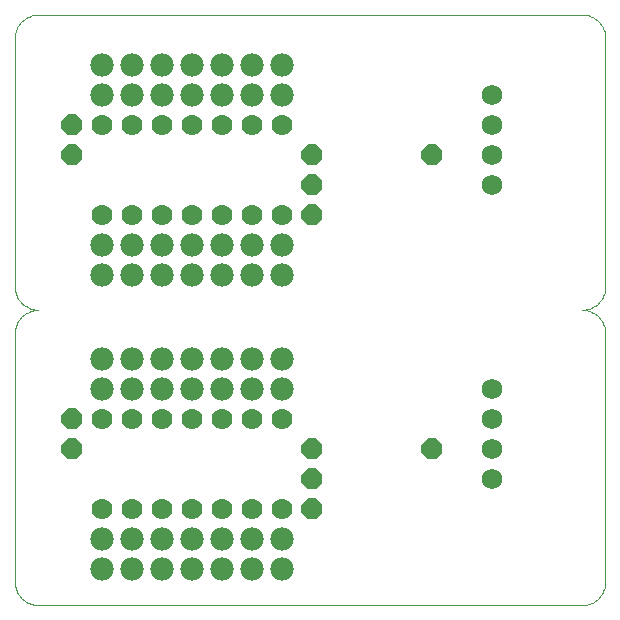
<source format=gbs>
G75*
%MOIN*%
%OFA0B0*%
%FSLAX24Y24*%
%IPPOS*%
%LPD*%
%AMOC8*
5,1,8,0,0,1.08239X$1,22.5*
%
%ADD10C,0.0000*%
%ADD11C,0.0004*%
%ADD12C,0.0700*%
%ADD13OC8,0.0700*%
%ADD14C,0.0690*%
%ADD15C,0.0780*%
D10*
X000102Y000889D02*
X000102Y009157D01*
X000102Y010732D02*
X000102Y019000D01*
X000889Y019787D02*
X019000Y019787D01*
X019787Y019000D02*
X019787Y010732D01*
X019787Y009157D02*
X019787Y000889D01*
X019000Y000102D02*
X000889Y000102D01*
D11*
X000835Y000104D01*
X000782Y000109D01*
X000729Y000118D01*
X000677Y000131D01*
X000625Y000147D01*
X000575Y000167D01*
X000527Y000190D01*
X000480Y000217D01*
X000435Y000246D01*
X000392Y000279D01*
X000352Y000314D01*
X000314Y000352D01*
X000279Y000392D01*
X000246Y000435D01*
X000217Y000480D01*
X000190Y000527D01*
X000167Y000575D01*
X000147Y000625D01*
X000131Y000677D01*
X000118Y000729D01*
X000109Y000782D01*
X000104Y000835D01*
X000102Y000889D01*
X000102Y009157D02*
X000104Y009211D01*
X000109Y009264D01*
X000118Y009317D01*
X000131Y009369D01*
X000147Y009421D01*
X000167Y009471D01*
X000190Y009519D01*
X000217Y009566D01*
X000246Y009611D01*
X000279Y009654D01*
X000314Y009694D01*
X000352Y009732D01*
X000392Y009767D01*
X000435Y009800D01*
X000480Y009829D01*
X000527Y009856D01*
X000575Y009879D01*
X000625Y009899D01*
X000677Y009915D01*
X000729Y009928D01*
X000782Y009937D01*
X000835Y009942D01*
X000889Y009944D01*
X000889Y009945D02*
X000835Y009947D01*
X000782Y009952D01*
X000729Y009961D01*
X000677Y009974D01*
X000625Y009990D01*
X000575Y010010D01*
X000527Y010033D01*
X000480Y010060D01*
X000435Y010089D01*
X000392Y010122D01*
X000352Y010157D01*
X000314Y010195D01*
X000279Y010235D01*
X000246Y010278D01*
X000217Y010323D01*
X000190Y010370D01*
X000167Y010418D01*
X000147Y010468D01*
X000131Y010520D01*
X000118Y010572D01*
X000109Y010625D01*
X000104Y010678D01*
X000102Y010732D01*
X000102Y019000D02*
X000104Y019054D01*
X000109Y019107D01*
X000118Y019160D01*
X000131Y019212D01*
X000147Y019264D01*
X000167Y019314D01*
X000190Y019362D01*
X000217Y019409D01*
X000246Y019454D01*
X000279Y019497D01*
X000314Y019537D01*
X000352Y019575D01*
X000392Y019610D01*
X000435Y019643D01*
X000480Y019672D01*
X000527Y019699D01*
X000575Y019722D01*
X000625Y019742D01*
X000677Y019758D01*
X000729Y019771D01*
X000782Y019780D01*
X000835Y019785D01*
X000889Y019787D01*
X019000Y019787D02*
X019054Y019785D01*
X019107Y019780D01*
X019160Y019771D01*
X019212Y019758D01*
X019264Y019742D01*
X019314Y019722D01*
X019362Y019699D01*
X019409Y019672D01*
X019454Y019643D01*
X019497Y019610D01*
X019537Y019575D01*
X019575Y019537D01*
X019610Y019497D01*
X019643Y019454D01*
X019672Y019409D01*
X019699Y019362D01*
X019722Y019314D01*
X019742Y019264D01*
X019758Y019212D01*
X019771Y019160D01*
X019780Y019107D01*
X019785Y019054D01*
X019787Y019000D01*
X019787Y010732D02*
X019785Y010678D01*
X019780Y010625D01*
X019771Y010572D01*
X019758Y010520D01*
X019742Y010468D01*
X019722Y010418D01*
X019699Y010370D01*
X019672Y010323D01*
X019643Y010278D01*
X019610Y010235D01*
X019575Y010195D01*
X019537Y010157D01*
X019497Y010122D01*
X019454Y010089D01*
X019409Y010060D01*
X019362Y010033D01*
X019314Y010010D01*
X019264Y009990D01*
X019212Y009974D01*
X019160Y009961D01*
X019107Y009952D01*
X019054Y009947D01*
X019000Y009945D01*
X019000Y009944D02*
X019054Y009942D01*
X019107Y009937D01*
X019160Y009928D01*
X019212Y009915D01*
X019264Y009899D01*
X019314Y009879D01*
X019362Y009856D01*
X019409Y009829D01*
X019454Y009800D01*
X019497Y009767D01*
X019537Y009732D01*
X019575Y009694D01*
X019610Y009654D01*
X019643Y009611D01*
X019672Y009566D01*
X019699Y009519D01*
X019722Y009471D01*
X019742Y009421D01*
X019758Y009369D01*
X019771Y009317D01*
X019780Y009264D01*
X019785Y009211D01*
X019787Y009157D01*
X019787Y000889D02*
X019785Y000835D01*
X019780Y000782D01*
X019771Y000729D01*
X019758Y000677D01*
X019742Y000625D01*
X019722Y000575D01*
X019699Y000527D01*
X019672Y000480D01*
X019643Y000435D01*
X019610Y000392D01*
X019575Y000352D01*
X019537Y000314D01*
X019497Y000279D01*
X019454Y000246D01*
X019409Y000217D01*
X019362Y000190D01*
X019314Y000167D01*
X019264Y000147D01*
X019212Y000131D01*
X019160Y000118D01*
X019107Y000109D01*
X019054Y000104D01*
X019000Y000102D01*
D12*
X009011Y003299D03*
X008011Y003299D03*
X007011Y003299D03*
X006011Y003299D03*
X005011Y003299D03*
X004011Y003299D03*
X003011Y003299D03*
X003011Y006299D03*
X004011Y006299D03*
X005011Y006299D03*
X006011Y006299D03*
X007011Y006299D03*
X008011Y006299D03*
X009011Y006299D03*
X009011Y013102D03*
X008011Y013102D03*
X007011Y013102D03*
X006011Y013102D03*
X005011Y013102D03*
X004011Y013102D03*
X003011Y013102D03*
X003011Y016102D03*
X004011Y016102D03*
X005011Y016102D03*
X006011Y016102D03*
X007011Y016102D03*
X008011Y016102D03*
X009011Y016102D03*
D13*
X010011Y015102D03*
X010011Y014102D03*
X010011Y013102D03*
X014011Y015102D03*
X014011Y005299D03*
X010011Y005299D03*
X010011Y004299D03*
X010011Y003299D03*
X002011Y005299D03*
X002011Y006299D03*
X002011Y015102D03*
X002011Y016102D03*
D14*
X016011Y016102D03*
X016011Y017102D03*
X016011Y015102D03*
X016011Y014102D03*
X016011Y007299D03*
X016011Y006299D03*
X016011Y005299D03*
X016011Y004299D03*
D15*
X009011Y002299D03*
X008011Y002299D03*
X007011Y002299D03*
X006011Y002299D03*
X005011Y002299D03*
X004011Y002299D03*
X003011Y002299D03*
X003011Y001299D03*
X004011Y001299D03*
X005011Y001299D03*
X006011Y001299D03*
X007011Y001299D03*
X008011Y001299D03*
X009011Y001299D03*
X009011Y007299D03*
X008011Y007299D03*
X007011Y007299D03*
X006011Y007299D03*
X005011Y007299D03*
X004011Y007299D03*
X003011Y007299D03*
X003011Y008299D03*
X004011Y008299D03*
X005011Y008299D03*
X006011Y008299D03*
X007011Y008299D03*
X008011Y008299D03*
X009011Y008299D03*
X009011Y011102D03*
X008011Y011102D03*
X007011Y011102D03*
X006011Y011102D03*
X005011Y011102D03*
X004011Y011102D03*
X003011Y011102D03*
X003011Y012102D03*
X004011Y012102D03*
X005011Y012102D03*
X006011Y012102D03*
X007011Y012102D03*
X008011Y012102D03*
X009011Y012102D03*
X009011Y017102D03*
X008011Y017102D03*
X007011Y017102D03*
X006011Y017102D03*
X005011Y017102D03*
X004011Y017102D03*
X003011Y017102D03*
X003011Y018102D03*
X004011Y018102D03*
X005011Y018102D03*
X006011Y018102D03*
X007011Y018102D03*
X008011Y018102D03*
X009011Y018102D03*
M02*

</source>
